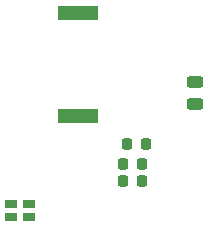
<source format=gbr>
%TF.GenerationSoftware,KiCad,Pcbnew,7.0.5*%
%TF.CreationDate,2023-12-16T01:16:06-08:00*%
%TF.ProjectId,Lyrav3,4c797261-7633-42e6-9b69-6361645f7063,rev?*%
%TF.SameCoordinates,Original*%
%TF.FileFunction,Paste,Top*%
%TF.FilePolarity,Positive*%
%FSLAX46Y46*%
G04 Gerber Fmt 4.6, Leading zero omitted, Abs format (unit mm)*
G04 Created by KiCad (PCBNEW 7.0.5) date 2023-12-16 01:16:06*
%MOMM*%
%LPD*%
G01*
G04 APERTURE LIST*
G04 Aperture macros list*
%AMRoundRect*
0 Rectangle with rounded corners*
0 $1 Rounding radius*
0 $2 $3 $4 $5 $6 $7 $8 $9 X,Y pos of 4 corners*
0 Add a 4 corners polygon primitive as box body*
4,1,4,$2,$3,$4,$5,$6,$7,$8,$9,$2,$3,0*
0 Add four circle primitives for the rounded corners*
1,1,$1+$1,$2,$3*
1,1,$1+$1,$4,$5*
1,1,$1+$1,$6,$7*
1,1,$1+$1,$8,$9*
0 Add four rect primitives between the rounded corners*
20,1,$1+$1,$2,$3,$4,$5,0*
20,1,$1+$1,$4,$5,$6,$7,0*
20,1,$1+$1,$6,$7,$8,$9,0*
20,1,$1+$1,$8,$9,$2,$3,0*%
G04 Aperture macros list end*
%ADD10RoundRect,0.243750X0.456250X-0.243750X0.456250X0.243750X-0.456250X0.243750X-0.456250X-0.243750X0*%
%ADD11RoundRect,0.225000X-0.225000X-0.250000X0.225000X-0.250000X0.225000X0.250000X-0.225000X0.250000X0*%
%ADD12R,3.400000X1.300000*%
%ADD13R,1.000000X0.800000*%
G04 APERTURE END LIST*
D10*
%TO.C,D2*%
X203276200Y-81620100D03*
X203276200Y-79745100D03*
%TD*%
D11*
%TO.C,C19*%
X197534500Y-85013800D03*
X199084500Y-85013800D03*
%TD*%
D12*
%TO.C,LS1*%
X193395600Y-82582000D03*
X193395600Y-73882000D03*
%TD*%
D13*
%TO.C,D4*%
X187678900Y-90044800D03*
X187678900Y-91144800D03*
X189178900Y-91144800D03*
X189178900Y-90044800D03*
%TD*%
D11*
%TO.C,C20*%
X197192600Y-88138000D03*
X198742600Y-88138000D03*
%TD*%
%TO.C,C18*%
X197192600Y-86664800D03*
X198742600Y-86664800D03*
%TD*%
M02*

</source>
